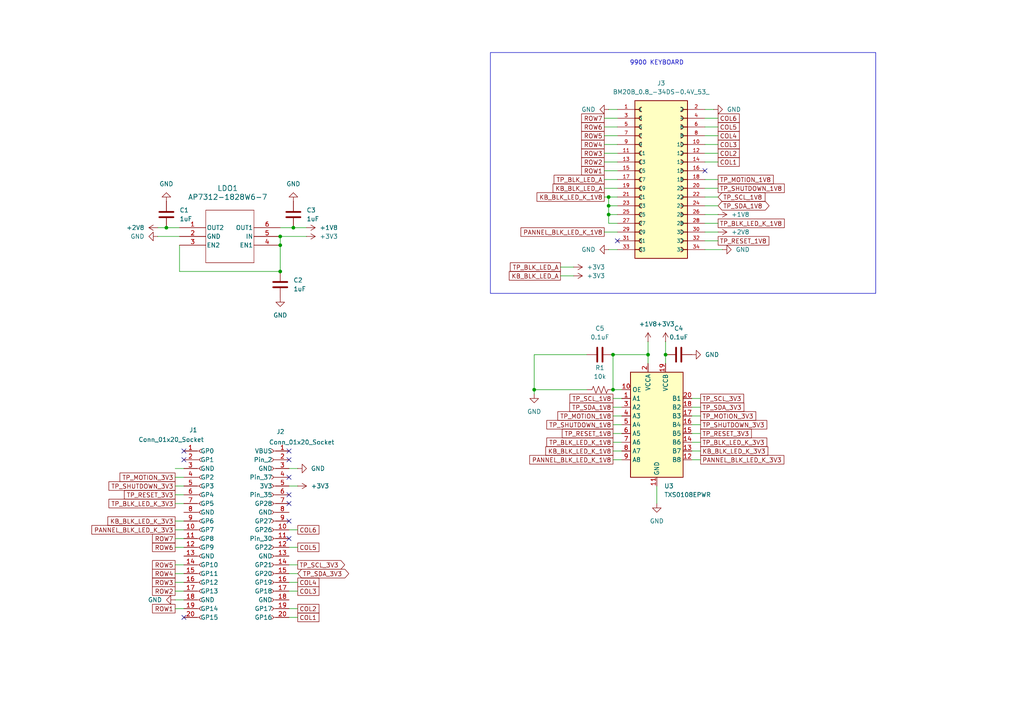
<source format=kicad_sch>
(kicad_sch (version 20250114) (generator "eeschema") (generator_version "9.0")
  (paper "A4")
  (lib_symbols
    (symbol "AP7312-1828W6-7:AP7312-1828W6-7" (pin_names (offset 0.254))
      (property "Reference" "LDO1" (at 30.48 10.16 0))
      (property "Value" "AP7312-1828W6-7" (at 30.48 7.62 0))
      (symbol "AP7312-1828W6-7_0_1"
        (polyline (pts (xy 24.13 3.81) (xy 24.13 -11.43)) (stroke (width 0.127)))
        (polyline (pts (xy 38.1 -11.43) (xy 38.1 3.81)) (stroke (width 0.127)))
        (pin output line (at 16.51 -1.27 0) (length 7.62) (name "OUT2") (number "1"))
        (pin power_in line (at 16.51 -3.81 0) (length 7.62) (name "GND") (number "2"))
        (pin input line (at 16.51 -6.35 0) (length 7.62) (name "EN2") (number "3"))
        (pin output line (at 45.72 -1.27 180) (length 7.62) (name "OUT1") (number "6"))
        (pin input line (at 45.72 -3.81 180) (length 7.62) (name "IN") (number "5"))
        (pin input line (at 45.72 -6.35 180) (length 7.62) (name "EN1") (number "4"))
      )
      (symbol "AP7312-1828W6-7_1_1"
        (polyline (pts (xy 24.13 3.81) (xy 38.1 3.81)))
        (polyline (pts (xy 38.1 -11.43) (xy 24.13 -11.43)))
      )
    )
    (symbol "BM20B_0.8_-34DS-0.4V_53_:BM20B_0.8_-34DS-0.4V_53_" (pin_names (offset 1.016))
      (property "Reference" "J" (at -7.62 23.622 0))
      (property "Value" "BM20B_0.8_-34DS-0.4V_53_" (at -7.62 -25.4 0))
      (symbol "BM20B_0.8_-34DS-0.4V_53__0_0"
        (polyline (pts (xy -7.62 20.32) (xy -6.35 20.32)) (stroke (width 0.254)))
        (polyline (pts (xy -7.62 17.78) (xy -6.35 17.78)) (stroke (width 0.254)))
        (polyline (pts (xy -7.62 15.24) (xy -6.35 15.24)) (stroke (width 0.254)))
        (polyline (pts (xy -7.62 12.7) (xy -6.35 12.7)) (stroke (width 0.254)))
        (polyline (pts (xy -7.62 10.16) (xy -6.35 10.16)) (stroke (width 0.254)))
        (polyline (pts (xy -7.62 7.62) (xy -6.35 7.62)) (stroke (width 0.254)))
        (polyline (pts (xy -7.62 5.08) (xy -6.35 5.08)) (stroke (width 0.254)))
        (polyline (pts (xy -7.62 2.54) (xy -6.35 2.54)) (stroke (width 0.254)))
        (polyline (pts (xy -7.62 0) (xy -6.35 0)) (stroke (width 0.254)))
        (polyline (pts (xy -7.62 -2.54) (xy -6.35 -2.54)) (stroke (width 0.254)))
        (polyline (pts (xy -7.62 -5.08) (xy -6.35 -5.08)) (stroke (width 0.254)))
        (polyline (pts (xy -7.62 -7.62) (xy -6.35 -7.62)) (stroke (width 0.254)))
        (polyline (pts (xy -7.62 -10.16) (xy -6.35 -10.16)) (stroke (width 0.254)))
        (polyline (pts (xy -7.62 -12.7) (xy -6.35 -12.7)) (stroke (width 0.254)))
        (polyline (pts (xy -7.62 -15.24) (xy -6.35 -15.24)) (stroke (width 0.254)))
        (polyline (pts (xy -7.62 -17.78) (xy -6.35 -17.78)) (stroke (width 0.254)))
        (polyline (pts (xy -7.62 -20.32) (xy -6.35 -20.32)) (stroke (width 0.254)))
        (rectangle (start -7.62 -22.86) (end 7.62 22.86) (stroke (width 0.254)) (fill (type background)))
        (arc (start -5.715 19.685) (mid -6.3472 20.32) (end -5.715 20.955) (stroke (width 0.254)))
        (arc (start -5.715 17.145) (mid -6.3472 17.78) (end -5.715 18.415) (stroke (width 0.254)))
        (arc (start -5.715 14.605) (mid -6.3472 15.24) (end -5.715 15.875) (stroke (width 0.254)))
        (arc (start -5.715 12.065) (mid -6.3472 12.7) (end -5.715 13.335) (stroke (width 0.254)))
        (arc (start -5.715 9.525) (mid -6.3472 10.16) (end -5.715 10.795) (stroke (width 0.254)))
        (arc (start -5.715 6.985) (mid -6.3472 7.62) (end -5.715 8.255) (stroke (width 0.254)))
        (arc (start -5.715 4.445) (mid -6.3472 5.08) (end -5.715 5.715) (stroke (width 0.254)))
        (arc (start -5.715 1.905) (mid -6.3472 2.54) (end -5.715 3.175) (stroke (width 0.254)))
        (arc (start -5.715 -0.635) (mid -6.3472 0) (end -5.715 0.635) (stroke (width 0.254)))
        (arc (start -5.715 -3.175) (mid -6.3472 -2.54) (end -5.715 -1.905) (stroke (width 0.254)))
        (arc (start -5.715 -5.715) (mid -6.3472 -5.08) (end -5.715 -4.445) (stroke (width 0.254)))
        (arc (start -5.715 -8.255) (mid -6.3472 -7.62) (end -5.715 -6.985) (stroke (width 0.254)))
        (arc (start -5.715 -10.795) (mid -6.3472 -10.16) (end -5.715 -9.525) (stroke (width 0.254)))
        (arc (start -5.715 -13.335) (mid -6.3472 -12.7) (end -5.715 -12.065) (stroke (width 0.254)))
        (arc (start -5.715 -15.875) (mid -6.3472 -15.24) (end -5.715 -14.605) (stroke (width 0.254)))
        (arc (start -5.715 -18.415) (mid -6.3472 -17.78) (end -5.715 -17.145) (stroke (width 0.254)))
        (arc (start -5.715 -20.955) (mid -6.3472 -20.32) (end -5.715 -19.685) (stroke (width 0.254)))
        (arc (start 5.715 20.955) (mid 6.3472 20.32) (end 5.715 19.685) (stroke (width 0.254)))
        (arc (start 5.715 18.415) (mid 6.3472 17.78) (end 5.715 17.145) (stroke (width 0.254)))
        (arc (start 5.715 15.875) (mid 6.3472 15.24) (end 5.715 14.605) (stroke (width 0.254)))
        (arc (start 5.715 13.335) (mid 6.3472 12.7) (end 5.715 12.065) (stroke (width 0.254)))
        (arc (start 5.715 10.795) (mid 6.3472 10.16) (end 5.715 9.525) (stroke (width 0.254)))
        (arc (start 5.715 8.255) (mid 6.3472 7.62) (end 5.715 6.985) (stroke (width 0.254)))
        (arc (start 5.715 5.715) (mid 6.3472 5.08) (end 5.715 4.445) (stroke (width 0.254)))
        (arc (start 5.715 3.175) (mid 6.3472 2.54) (end 5.715 1.905) (stroke (width 0.254)))
        (arc (start 5.715 0.635) (mid 6.3472 0) (end 5.715 -0.635) (stroke (width 0.254)))
        (arc (start 5.715 -1.905) (mid 6.3472 -2.54) (end 5.715 -3.175) (stroke (width 0.254)))
        (arc (start 5.715 -4.445) (mid 6.3472 -5.08) (end 5.715 -5.715) (stroke (width 0.254)))
        (arc (start 5.715 -6.985) (mid 6.3472 -7.62) (end 5.715 -8.255) (stroke (width 0.254)))
        (arc (start 5.715 -9.525) (mid 6.3472 -10.16) (end 5.715 -10.795) (stroke (width 0.254)))
        (arc (start 5.715 -12.065) (mid 6.3472 -12.7) (end 5.715 -13.335) (stroke (width 0.254)))
        (arc (start 5.715 -14.605) (mid 6.3472 -15.24) (end 5.715 -15.875) (stroke (width 0.254)))
        (arc (start 5.715 -17.145) (mid 6.3472 -17.78) (end 5.715 -18.415) (stroke (width 0.254)))
        (arc (start 5.715 -19.685) (mid 6.3472 -20.32) (end 5.715 -20.955) (stroke (width 0.254)))
        (polyline (pts (xy 7.62 20.32) (xy 6.35 20.32)) (stroke (width 0.254)))
        (polyline (pts (xy 7.62 17.78) (xy 6.35 17.78)) (stroke (width 0.254)))
        (polyline (pts (xy 7.62 15.24) (xy 6.35 15.24)) (stroke (width 0.254)))
        (polyline (pts (xy 7.62 12.7) (xy 6.35 12.7)) (stroke (width 0.254)))
        (polyline (pts (xy 7.62 10.16) (xy 6.35 10.16)) (stroke (width 0.254)))
        (polyline (pts (xy 7.62 7.62) (xy 6.35 7.62)) (stroke (width 0.254)))
        (polyline (pts (xy 7.62 5.08) (xy 6.35 5.08)) (stroke (width 0.254)))
        (polyline (pts (xy 7.62 2.54) (xy 6.35 2.54)) (stroke (width 0.254)))
        (polyline (pts (xy 7.62 0) (xy 6.35 0)) (stroke (width 0.254)))
        (polyline (pts (xy 7.62 -2.54) (xy 6.35 -2.54)) (stroke (width 0.254)))
        (polyline (pts (xy 7.62 -5.08) (xy 6.35 -5.08)) (stroke (width 0.254)))
        (polyline (pts (xy 7.62 -7.62) (xy 6.35 -7.62)) (stroke (width 0.254)))
        (polyline (pts (xy 7.62 -10.16) (xy 6.35 -10.16)) (stroke (width 0.254)))
        (polyline (pts (xy 7.62 -12.7) (xy 6.35 -12.7)) (stroke (width 0.254)))
        (polyline (pts (xy 7.62 -15.24) (xy 6.35 -15.24)) (stroke (width 0.254)))
        (polyline (pts (xy 7.62 -17.78) (xy 6.35 -17.78)) (stroke (width 0.254)))
        (polyline (pts (xy 7.62 -20.32) (xy 6.35 -20.32)) (stroke (width 0.254)))
        (pin passive line (at -12.7 20.32 0) (length 5.08) (name "1") (number "1"))
        (pin passive line (at -12.7 17.78 0) (length 5.08) (name "3") (number "3"))
        (pin passive line (at -12.7 15.24 0) (length 5.08) (name "5") (number "5"))
        (pin passive line (at -12.7 12.7 0) (length 5.08) (name "7") (number "7"))
        (pin passive line (at -12.7 10.16 0) (length 5.08) (name "9") (number "9"))
        (pin passive line (at -12.7 7.62 0) (length 5.08) (name "11") (number "11"))
        (pin passive line (at -12.7 5.08 0) (length 5.08) (name "13") (number "13"))
        (pin passive line (at -12.7 2.54 0) (length 5.08) (name "15") (number "15"))
        (pin passive line (at -12.7 0 0) (length 5.08) (name "17") (number "17"))
        (pin passive line (at -12.7 -2.54 0) (length 5.08) (name "19") (number "19"))
        (pin passive line (at -12.7 -5.08 0) (length 5.08) (name "21") (number "21"))
        (pin passive line (at -12.7 -7.62 0) (length 5.08) (name "23") (number "23"))
        (pin passive line (at -12.7 -10.16 0) (length 5.08) (name "25") (number "25"))
        (pin passive line (at -12.7 -12.7 0) (length 5.08) (name "27") (number "27"))
        (pin passive line (at -12.7 -15.24 0) (length 5.08) (name "29") (number "29"))
        (pin passive line (at -12.7 -17.78 0) (length 5.08) (name "31") (number "31"))
        (pin passive line (at -12.7 -20.32 0) (length 5.08) (name "33") (number "33"))
        (pin passive line (at 12.7 20.32 180) (length 5.08) (name "2") (number "2"))
        (pin passive line (at 12.7 17.78 180) (length 5.08) (name "4") (number "4"))
        (pin passive line (at 12.7 15.24 180) (length 5.08) (name "6") (number "6"))
        (pin passive line (at 12.7 12.7 180) (length 5.08) (name "8") (number "8"))
        (pin passive line (at 12.7 10.16 180) (length 5.08) (name "10") (number "10"))
        (pin passive line (at 12.7 7.62 180) (length 5.08) (name "12") (number "12"))
        (pin passive line (at 12.7 5.08 180) (length 5.08) (name "14") (number "14"))
        (pin passive line (at 12.7 2.54 180) (length 5.08) (name "16") (number "16"))
        (pin passive line (at 12.7 0 180) (length 5.08) (name "18") (number "18"))
        (pin passive line (at 12.7 -2.54 180) (length 5.08) (name "20") (number "20"))
        (pin passive line (at 12.7 -5.08 180) (length 5.08) (name "22") (number "22"))
        (pin passive line (at 12.7 -7.62 180) (length 5.08) (name "24") (number "24"))
        (pin passive line (at 12.7 -10.16 180) (length 5.08) (name "26") (number "26"))
        (pin passive line (at 12.7 -12.7 180) (length 5.08) (name "28") (number "28"))
        (pin passive line (at 12.7 -15.24 180) (length 5.08) (name "30") (number "30"))
        (pin passive line (at 12.7 -17.78 180) (length 5.08) (name "32") (number "32"))
        (pin passive line (at 12.7 -20.32 180) (length 5.08) (name "34") (number "34"))
      )
    )
    (symbol "Conn_01x20_Socket_1" (pin_names (offset 1.016))
      (property "Reference" "J2" (at -3.81 28.448 0))
      (property "Value" "Conn_01x20_Socket" (at -18.288 25.4 0))
      (symbol "Conn_01x20_Socket_1_1_1"
        (polyline (pts (xy -1.27 22.86) (xy -0.508 22.86)) (stroke (width 0.1524)))
        (polyline (pts (xy -1.27 20.32) (xy -0.508 20.32)) (stroke (width 0.1524)))
        (polyline (pts (xy -1.27 17.78) (xy -0.508 17.78)) (stroke (width 0.1524)))
        (polyline (pts (xy -1.27 15.24) (xy -0.508 15.24)) (stroke (width 0.1524)))
        (polyline (pts (xy -1.27 12.7) (xy -0.508 12.7)) (stroke (width 0.1524)))
        (polyline (pts (xy -1.27 10.16) (xy -0.508 10.16)) (stroke (width 0.1524)))
        (polyline (pts (xy -1.27 7.62) (xy -0.508 7.62)) (stroke (width 0.1524)))
        (polyline (pts (xy -1.27 5.08) (xy -0.508 5.08)) (stroke (width 0.1524)))
        (polyline (pts (xy -1.27 2.54) (xy -0.508 2.54)) (stroke (width 0.1524)))
        (polyline (pts (xy -1.27 0) (xy -0.508 0)) (stroke (width 0.1524)))
        (polyline (pts (xy -1.27 -2.54) (xy -0.508 -2.54)) (stroke (width 0.1524)))
        (polyline (pts (xy -1.27 -5.08) (xy -0.508 -5.08)) (stroke (width 0.1524)))
        (polyline (pts (xy -1.27 -7.62) (xy -0.508 -7.62)) (stroke (width 0.1524)))
        (polyline (pts (xy -1.27 -10.16) (xy -0.508 -10.16)) (stroke (width 0.1524)))
        (polyline (pts (xy -1.27 -12.7) (xy -0.508 -12.7)) (stroke (width 0.1524)))
        (polyline (pts (xy -1.27 -15.24) (xy -0.508 -15.24)) (stroke (width 0.1524)))
        (polyline (pts (xy -1.27 -17.78) (xy -0.508 -17.78)) (stroke (width 0.1524)))
        (polyline (pts (xy -1.27 -20.32) (xy -0.508 -20.32)) (stroke (width 0.1524)))
        (polyline (pts (xy -1.27 -22.86) (xy -0.508 -22.86)) (stroke (width 0.1524)))
        (polyline (pts (xy -1.27 -25.4) (xy -0.508 -25.4)) (stroke (width 0.1524)))
        (arc (start 0 22.352) (mid -0.5058 22.86) (end 0 23.368) (stroke (width 0.1524)))
        (arc (start 0 19.812) (mid -0.5058 20.32) (end 0 20.828) (stroke (width 0.1524)))
        (arc (start 0 17.272) (mid -0.5058 17.78) (end 0 18.288) (stroke (width 0.1524)))
        (arc (start 0 14.732) (mid -0.5058 15.24) (end 0 15.748) (stroke (width 0.1524)))
        (arc (start 0 12.192) (mid -0.5058 12.7) (end 0 13.208) (stroke (width 0.1524)))
        (arc (start 0 9.652) (mid -0.5058 10.16) (end 0 10.668) (stroke (width 0.1524)))
        (arc (start 0 7.112) (mid -0.5058 7.62) (end 0 8.128) (stroke (width 0.1524)))
        (arc (start 0 4.572) (mid -0.5058 5.08) (end 0 5.588) (stroke (width 0.1524)))
        (arc (start 0 2.032) (mid -0.5058 2.54) (end 0 3.048) (stroke (width 0.1524)))
        (arc (start 0 -0.508) (mid -0.5058 0) (end 0 0.508) (stroke (width 0.1524)))
        (arc (start 0 -3.048) (mid -0.5058 -2.54) (end 0 -2.032) (stroke (width 0.1524)))
        (arc (start 0 -5.588) (mid -0.5058 -5.08) (end 0 -4.572) (stroke (width 0.1524)))
        (arc (start 0 -8.128) (mid -0.5058 -7.62) (end 0 -7.112) (stroke (width 0.1524)))
        (arc (start 0 -10.668) (mid -0.5058 -10.16) (end 0 -9.652) (stroke (width 0.1524)))
        (arc (start 0 -13.208) (mid -0.5058 -12.7) (end 0 -12.192) (stroke (width 0.1524)))
        (arc (start 0 -15.748) (mid -0.5058 -15.24) (end 0 -14.732) (stroke (width 0.1524)))
        (arc (start 0 -18.288) (mid -0.5058 -17.78) (end 0 -17.272) (stroke (width 0.1524)))
        (arc (start 0 -20.828) (mid -0.5058 -20.32) (end 0 -19.812) (stroke (width 0.1524)))
        (arc (start 0 -23.368) (mid -0.5058 -22.86) (end 0 -22.352) (stroke (width 0.1524)))
        (arc (start 0 -25.908) (mid -0.5058 -25.4) (end 0 -24.892) (stroke (width 0.1524)))
        (pin passive line (at -5.08 22.86 0) (length 3.81) (name "VBUS") (number "1"))
        (pin passive line (at -5.08 20.32 0) (length 3.81) (name "Pin_2") (number "2"))
        (pin passive line (at -5.08 17.78 0) (length 3.81) (name "GND") (number "3"))
        (pin passive line (at -5.08 15.24 0) (length 3.81) (name "Pin_37") (number "4"))
        (pin passive line (at -5.08 12.7 0) (length 3.81) (name "3V3") (number "5"))
        (pin passive line (at -5.08 10.16 0) (length 3.81) (name "Pin_35") (number "6"))
        (pin passive line (at -5.08 7.62 0) (length 3.81) (name "GP28") (number "7"))
        (pin passive line (at -5.08 5.08 0) (length 3.81) (name "GND") (number "8"))
        (pin passive line (at -5.08 2.54 0) (length 3.81) (name "GP27") (number "9"))
        (pin passive line (at -5.08 0 0) (length 3.81) (name "GP26") (number "10"))
        (pin passive line (at -5.08 -2.54 0) (length 3.81) (name "Pin_30") (number "11"))
        (pin passive line (at -5.08 -5.08 0) (length 3.81) (name "GP22") (number "12"))
        (pin passive line (at -5.08 -7.62 0) (length 3.81) (name "GND") (number "13"))
        (pin passive line (at -5.08 -10.16 0) (length 3.81) (name "GP21") (number "14"))
        (pin passive line (at -5.08 -12.7 0) (length 3.81) (name "GP20") (number "15"))
        (pin passive line (at -5.08 -15.24 0) (length 3.81) (name "GP19") (number "16"))
        (pin passive line (at -5.08 -17.78 0) (length 3.81) (name "GP18") (number "17"))
        (pin passive line (at -5.08 -20.32 0) (length 3.81) (name "GND") (number "18"))
        (pin passive line (at -5.08 -22.86 0) (length 3.81) (name "GP17") (number "19"))
        (pin passive line (at -5.08 -25.4 0) (length 3.81) (name "GP16") (number "20"))
      )
    )
    (symbol "Connector:Conn_01x20_Socket" (pin_names (offset 1.016))
      (property "Reference" "J1" (at -3.556 28.956 0))
      (property "Value" "Conn_01x20_Socket" (at -18.288 26.162 0))
      (symbol "Conn_01x20_Socket_1_1"
        (polyline (pts (xy -1.27 22.86) (xy -0.508 22.86)) (stroke (width 0.1524)))
        (polyline (pts (xy -1.27 20.32) (xy -0.508 20.32)) (stroke (width 0.1524)))
        (polyline (pts (xy -1.27 17.78) (xy -0.508 17.78)) (stroke (width 0.1524)))
        (polyline (pts (xy -1.27 15.24) (xy -0.508 15.24)) (stroke (width 0.1524)))
        (polyline (pts (xy -1.27 12.7) (xy -0.508 12.7)) (stroke (width 0.1524)))
        (polyline (pts (xy -1.27 10.16) (xy -0.508 10.16)) (stroke (width 0.1524)))
        (polyline (pts (xy -1.27 7.62) (xy -0.508 7.62)) (stroke (width 0.1524)))
        (polyline (pts (xy -1.27 5.08) (xy -0.508 5.08)) (stroke (width 0.1524)))
        (polyline (pts (xy -1.27 2.54) (xy -0.508 2.54)) (stroke (width 0.1524)))
        (polyline (pts (xy -1.27 0) (xy -0.508 0)) (stroke (width 0.1524)))
        (polyline (pts (xy -1.27 -2.54) (xy -0.508 -2.54)) (stroke (width 0.1524)))
        (polyline (pts (xy -1.27 -5.08) (xy -0.508 -5.08)) (stroke (width 0.1524)))
        (polyline (pts (xy -1.27 -7.62) (xy -0.508 -7.62)) (stroke (width 0.1524)))
        (polyline (pts (xy -1.27 -10.16) (xy -0.508 -10.16)) (stroke (width 0.1524)))
        (polyline (pts (xy -1.27 -12.7) (xy -0.508 -12.7)) (stroke (width 0.1524)))
        (polyline (pts (xy -1.27 -15.24) (xy -0.508 -15.24)) (stroke (width 0.1524)))
        (polyline (pts (xy -1.27 -17.78) (xy -0.508 -17.78)) (stroke (width 0.1524)))
        (polyline (pts (xy -1.27 -20.32) (xy -0.508 -20.32)) (stroke (width 0.1524)))
        (polyline (pts (xy -1.27 -22.86) (xy -0.508 -22.86)) (stroke (width 0.1524)))
        (polyline (pts (xy -1.27 -25.4) (xy -0.508 -25.4)) (stroke (width 0.1524)))
        (arc (start 0 22.352) (mid -0.5058 22.86) (end 0 23.368) (stroke (width 0.1524)))
        (arc (start 0 19.812) (mid -0.5058 20.32) (end 0 20.828) (stroke (width 0.1524)))
        (arc (start 0 17.272) (mid -0.5058 17.78) (end 0 18.288) (stroke (width 0.1524)))
        (arc (start 0 14.732) (mid -0.5058 15.24) (end 0 15.748) (stroke (width 0.1524)))
        (arc (start 0 12.192) (mid -0.5058 12.7) (end 0 13.208) (stroke (width 0.1524)))
        (arc (start 0 9.652) (mid -0.5058 10.16) (end 0 10.668) (stroke (width 0.1524)))
        (arc (start 0 7.112) (mid -0.5058 7.62) (end 0 8.128) (stroke (width 0.1524)))
        (arc (start 0 4.572) (mid -0.5058 5.08) (end 0 5.588) (stroke (width 0.1524)))
        (arc (start 0 2.032) (mid -0.5058 2.54) (end 0 3.048) (stroke (width 0.1524)))
        (arc (start 0 -0.508) (mid -0.5058 0) (end 0 0.508) (stroke (width 0.1524)))
        (arc (start 0 -3.048) (mid -0.5058 -2.54) (end 0 -2.032) (stroke (width 0.1524)))
        (arc (start 0 -5.588) (mid -0.5058 -5.08) (end 0 -4.572) (stroke (width 0.1524)))
        (arc (start 0 -8.128) (mid -0.5058 -7.62) (end 0 -7.112) (stroke (width 0.1524)))
        (arc (start 0 -10.668) (mid -0.5058 -10.16) (end 0 -9.652) (stroke (width 0.1524)))
        (arc (start 0 -13.208) (mid -0.5058 -12.7) (end 0 -12.192) (stroke (width 0.1524)))
        (arc (start 0 -15.748) (mid -0.5058 -15.24) (end 0 -14.732) (stroke (width 0.1524)))
        (arc (start 0 -18.288) (mid -0.5058 -17.78) (end 0 -17.272) (stroke (width 0.1524)))
        (arc (start 0 -20.828) (mid -0.5058 -20.32) (end 0 -19.812) (stroke (width 0.1524)))
        (arc (start 0 -23.368) (mid -0.5058 -22.86) (end 0 -22.352) (stroke (width 0.1524)))
        (arc (start 0 -25.908) (mid -0.5058 -25.4) (end 0 -24.892) (stroke (width 0.1524)))
        (pin passive line (at -5.08 22.86 0) (length 3.81) (name "GP0") (number "1"))
        (pin passive line (at -5.08 20.32 0) (length 3.81) (name "GP1") (number "2"))
        (pin passive line (at -5.08 17.78 0) (length 3.81) (name "GND") (number "3"))
        (pin passive line (at -5.08 15.24 0) (length 3.81) (name "GP2") (number "4"))
        (pin passive line (at -5.08 12.7 0) (length 3.81) (name "GP3") (number "5"))
        (pin passive line (at -5.08 10.16 0) (length 3.81) (name "GP4") (number "6"))
        (pin passive line (at -5.08 7.62 0) (length 3.81) (name "GP5") (number "7"))
        (pin passive line (at -5.08 5.08 0) (length 3.81) (name "GND") (number "8"))
        (pin passive line (at -5.08 2.54 0) (length 3.81) (name "GP6") (number "9"))
        (pin passive line (at -5.08 0 0) (length 3.81) (name "GP7") (number "10"))
        (pin passive line (at -5.08 -2.54 0) (length 3.81) (name "GP8") (number "11"))
        (pin passive line (at -5.08 -5.08 0) (length 3.81) (name "GP9") (number "12"))
        (pin passive line (at -5.08 -7.62 0) (length 3.81) (name "GND") (number "13"))
        (pin passive line (at -5.08 -10.16 0) (length 3.81) (name "GP10") (number "14"))
        (pin passive line (at -5.08 -12.7 0) (length 3.81) (name "GP11") (number "15"))
        (pin passive line (at -5.08 -15.24 0) (length 3.81) (name "GP12") (number "16"))
        (pin passive line (at -5.08 -17.78 0) (length 3.81) (name "GP13") (number "17"))
        (pin passive line (at -5.08 -20.32 0) (length 3.81) (name "GND") (number "18"))
        (pin passive line (at -5.08 -22.86 0) (length 3.81) (name "GP14") (number "19"))
        (pin passive line (at -5.08 -25.4 0) (length 3.81) (name "GP15") (number "20"))
      )
    )
    (symbol "Device:C" (pin_numbers (hide yes)) (pin_names (offset 0.254))
      (property "Reference" "C" (at 0.635 2.54 0))
      (property "Value" "C" (at 0.635 -2.54 0))
      (symbol "C_0_1"
        (polyline (pts (xy -2.032 0.762) (xy 2.032 0.762)) (stroke (width 0.508)))
        (polyline (pts (xy -2.032 -0.762) (xy 2.032 -0.762)) (stroke (width 0.508)))
      )
      (symbol "C_1_1"
        (pin passive line (at 0 3.81 270) (length 2.794) (name "~") (number "1"))
        (pin passive line (at 0 -3.81 90) (length 2.794) (name "~") (number "2"))
      )
    )
    (symbol "Device:R_US" (pin_numbers (hide yes)) (pin_names (offset 0))
      (property "Reference" "R" (at 2.54 0 90))
      (property "Value" "R_US" (at -2.54 0 90))
      (symbol "R_US_0_1"
        (polyline (pts (xy 0 2.286) (xy 0 2.54)))
        (polyline (pts (xy 0 2.286) (xy 1.016 1.905) (xy 0 1.524) (xy -1.016 1.143) (xy 0 0.762)))
        (polyline (pts (xy 0 0.762) (xy 1.016 0.381) (xy 0 0) (xy -1.016 -0.381) (xy 0 -0.762)))
        (polyline (pts (xy 0 -0.762) (xy 1.016 -1.143) (xy 0 -1.524) (xy -1.016 -1.905) (xy 0 -2.286)))
        (polyline (pts (xy 0 -2.286) (xy 0 -2.54)))
      )
      (symbol "R_US_1_1"
        (pin passive line (at 0 3.81 270) (length 1.27) (name "~") (number "1"))
        (pin passive line (at 0 -3.81 90) (length 1.27) (name "~") (number "2"))
      )
    )
    (symbol "Logic_LevelTranslator:TXS0108EPW"
      (property "Reference" "U" (at -6.35 16.51 0))
      (property "Value" "TXS0108EPW" (at 3.81 16.51 0))
      (symbol "TXS0108EPW_0_1"
        (rectangle (start -7.62 15.24) (end 7.62 -15.24) (stroke (width 0.254)) (fill (type background)))
      )
      (symbol "TXS0108EPW_1_1"
        (pin input line (at -10.16 10.16 0) (length 2.54) (name "OE") (number "10"))
        (pin bidirectional line (at -10.16 7.62 0) (length 2.54) (name "A1") (number "1"))
        (pin bidirectional line (at -10.16 5.08 0) (length 2.54) (name "A2") (number "3"))
        (pin bidirectional line (at -10.16 2.54 0) (length 2.54) (name "A3") (number "4"))
        (pin bidirectional line (at -10.16 0 0) (length 2.54) (name "A4") (number "5"))
        (pin bidirectional line (at -10.16 -2.54 0) (length 2.54) (name "A5") (number "6"))
        (pin bidirectional line (at -10.16 -5.08 0) (length 2.54) (name "A6") (number "7"))
        (pin bidirectional line (at -10.16 -7.62 0) (length 2.54) (name "A7") (number "8"))
        (pin bidirectional line (at -10.16 -10.16 0) (length 2.54) (name "A8") (number "9"))
        (pin power_in line (at -2.54 17.78 270) (length 2.54) (name "VCCA") (number "2"))
        (pin power_in line (at 0 -17.78 90) (length 2.54) (name "GND") (number "11"))
        (pin power_in line (at 2.54 17.78 270) (length 2.54) (name "VCCB") (number "19"))
        (pin bidirectional line (at 10.16 7.62 180) (length 2.54) (name "B1") (number "20"))
        (pin bidirectional line (at 10.16 5.08 180) (length 2.54) (name "B2") (number "18"))
        (pin bidirectional line (at 10.16 2.54 180) (length 2.54) (name "B3") (number "17"))
        (pin bidirectional line (at 10.16 0 180) (length 2.54) (name "B4") (number "16"))
        (pin bidirectional line (at 10.16 -2.54 180) (length 2.54) (name "B5") (number "15"))
        (pin bidirectional line (at 10.16 -5.08 180) (length 2.54) (name "B6") (number "14"))
        (pin bidirectional line (at 10.16 -7.62 180) (length 2.54) (name "B7") (number "13"))
        (pin bidirectional line (at 10.16 -10.16 180) (length 2.54) (name "B8") (number "12"))
      )
    )
    (symbol "power:+1V8" (power) (pin_numbers (hide yes)) (pin_names (offset 0) (hide yes))
      (property "Value" "+1V8" (at 0 3.556 0))
      (symbol "+1V8_0_1"
        (polyline (pts (xy -0.762 1.27) (xy 0 2.54)))
        (polyline (pts (xy 0 2.54) (xy 0.762 1.27)))
        (polyline (pts (xy 0 0) (xy 0 2.54)))
      )
      (symbol "+1V8_1_1"
        (pin power_in line (at 0 0 90) (length 0) (name "~") (number "1"))
      )
    )
    (symbol "power:+2V8" (power) (pin_numbers (hide yes)) (pin_names (offset 0) (hide yes))
      (property "Value" "+2V8" (at 0 3.556 0))
      (symbol "+2V8_0_1"
        (polyline (pts (xy -0.762 1.27) (xy 0 2.54)))
        (polyline (pts (xy 0 2.54) (xy 0.762 1.27)))
        (polyline (pts (xy 0 0) (xy 0 2.54)))
      )
      (symbol "+2V8_1_1"
        (pin power_in line (at 0 0 90) (length 0) (name "~") (number "1"))
      )
    )
    (symbol "power:+3V3" (power) (pin_numbers (hide yes)) (pin_names (offset 0) (hide yes))
      (property "Value" "+3V3" (at 0 3.556 0))
      (symbol "+3V3_0_1"
        (polyline (pts (xy -0.762 1.27) (xy 0 2.54)))
        (polyline (pts (xy 0 2.54) (xy 0.762 1.27)))
        (polyline (pts (xy 0 0) (xy 0 2.54)))
      )
      (symbol "+3V3_1_1"
        (pin power_in line (at 0 0 90) (length 0) (name "~") (number "1"))
      )
    )
    (symbol "power:GND" (power) (pin_numbers (hide yes)) (pin_names (offset 0) (hide yes))
      (property "Value" "GND" (at 0 -3.81 0))
      (symbol "GND_0_1"
        (polyline (pts (xy 0 0) (xy 0 -1.27) (xy 1.27 -1.27) (xy 0 -2.54) (xy -1.27 -1.27) (xy 0 -1.27)))
      )
      (symbol "GND_1_1"
        (pin power_in line (at 0 0 270) (length 0) (name "~") (number "1"))
      )
    )
  )
  (rectangle (start 142.24 15.24) (end 254 85.09))
  (text "9900 KEYBOARD" (at 190.5 18.288 0) (effects (font (size 1.27 1.27))))
  (junction (at 176.53 57.15))
  (junction (at 81.28 78.74))
  (junction (at 154.94 113.03))
  (junction (at 81.28 68.58))
  (junction (at 177.8 113.03))
  (junction (at 187.96 102.87))
  (junction (at 176.53 59.69))
  (junction (at 48.26 66.04))
  (junction (at 81.28 71.12))
  (junction (at 193.04 102.87))
  (junction (at 177.8 102.87))
  (junction (at 176.53 62.23))
  (junction (at 85.09 66.04))
  (no_connect (at 83.82 138.43))
  (no_connect (at 53.34 133.35))
  (no_connect (at 53.34 179.07))
  (no_connect (at 204.47 49.53))
  (no_connect (at 83.82 156.21))
  (no_connect (at 83.82 133.35))
  (no_connect (at 83.82 143.51))
  (no_connect (at 179.07 69.85))
  (no_connect (at 83.82 130.81))
  (no_connect (at 53.34 130.81))
  (no_connect (at 83.82 146.05))
  (no_connect (at 83.82 151.13))
  (wire (pts (xy 50.8 151.13) (xy 53.34 151.13)))
  (wire (pts (xy 193.04 102.87) (xy 193.04 105.41)))
  (wire (pts (xy 81.28 71.12) (xy 81.28 78.74)))
  (wire (pts (xy 204.47 64.77) (xy 208.28 64.77)))
  (wire (pts (xy 83.82 168.91) (xy 86.36 168.91)))
  (wire (pts (xy 154.94 113.03) (xy 170.18 113.03)))
  (wire (pts (xy 177.8 130.81) (xy 180.34 130.81)))
  (wire (pts (xy 52.07 71.12) (xy 52.07 78.74)))
  (wire (pts (xy 203.2 123.19) (xy 200.66 123.19)))
  (wire (pts (xy 204.47 54.61) (xy 208.28 54.61)))
  (wire (pts (xy 176.53 62.23) (xy 176.53 59.69)))
  (wire (pts (xy 175.26 39.37) (xy 179.07 39.37)))
  (wire (pts (xy 177.8 115.57) (xy 180.34 115.57)))
  (wire (pts (xy 50.8 163.83) (xy 53.34 163.83)))
  (wire (pts (xy 50.8 158.75) (xy 53.34 158.75)))
  (wire (pts (xy 176.53 64.77) (xy 176.53 62.23)))
  (wire (pts (xy 83.82 171.45) (xy 86.36 171.45)))
  (wire (pts (xy 204.47 31.75) (xy 207.01 31.75)))
  (wire (pts (xy 204.47 46.99) (xy 208.28 46.99)))
  (wire (pts (xy 50.8 146.05) (xy 53.34 146.05)))
  (wire (pts (xy 179.07 64.77) (xy 176.53 64.77)))
  (wire (pts (xy 83.82 135.89) (xy 86.36 135.89)))
  (wire (pts (xy 175.26 46.99) (xy 179.07 46.99)))
  (wire (pts (xy 203.2 128.27) (xy 200.66 128.27)))
  (wire (pts (xy 52.07 78.74) (xy 81.28 78.74)))
  (wire (pts (xy 50.8 171.45) (xy 53.34 171.45)))
  (wire (pts (xy 177.8 125.73) (xy 180.34 125.73)))
  (wire (pts (xy 177.8 102.87) (xy 187.96 102.87)))
  (wire (pts (xy 83.82 176.53) (xy 86.36 176.53)))
  (wire (pts (xy 175.26 41.91) (xy 179.07 41.91)))
  (wire (pts (xy 83.82 158.75) (xy 86.36 158.75)))
  (wire (pts (xy 204.47 39.37) (xy 208.28 39.37)))
  (wire (pts (xy 162.56 80.01) (xy 166.37 80.01)))
  (wire (pts (xy 204.47 36.83) (xy 208.28 36.83)))
  (wire (pts (xy 83.82 166.37) (xy 86.36 166.37)))
  (wire (pts (xy 162.56 77.47) (xy 166.37 77.47)))
  (wire (pts (xy 177.8 123.19) (xy 180.34 123.19)))
  (wire (pts (xy 204.47 59.69) (xy 208.28 59.69)))
  (wire (pts (xy 175.26 52.07) (xy 179.07 52.07)))
  (wire (pts (xy 177.8 120.65) (xy 180.34 120.65)))
  (wire (pts (xy 50.8 173.99) (xy 53.34 173.99)))
  (wire (pts (xy 175.26 44.45) (xy 179.07 44.45)))
  (wire (pts (xy 83.82 140.97) (xy 86.36 140.97)))
  (wire (pts (xy 83.82 153.67) (xy 86.36 153.67)))
  (wire (pts (xy 177.8 133.35) (xy 180.34 133.35)))
  (wire (pts (xy 154.94 113.03) (xy 154.94 102.87)))
  (wire (pts (xy 50.8 153.67) (xy 53.34 153.67)))
  (wire (pts (xy 175.26 54.61) (xy 179.07 54.61)))
  (wire (pts (xy 176.53 59.69) (xy 179.07 59.69)))
  (wire (pts (xy 50.8 143.51) (xy 53.34 143.51)))
  (wire (pts (xy 204.47 62.23) (xy 208.28 62.23)))
  (wire (pts (xy 48.26 66.04) (xy 52.07 66.04)))
  (wire (pts (xy 203.2 120.65) (xy 200.66 120.65)))
  (wire (pts (xy 204.47 44.45) (xy 208.28 44.45)))
  (wire (pts (xy 179.07 62.23) (xy 176.53 62.23)))
  (wire (pts (xy 177.8 118.11) (xy 180.34 118.11)))
  (wire (pts (xy 50.8 176.53) (xy 53.34 176.53)))
  (wire (pts (xy 50.8 140.97) (xy 53.34 140.97)))
  (wire (pts (xy 81.28 68.58) (xy 88.9 68.58)))
  (wire (pts (xy 190.5 146.05) (xy 190.5 140.97)))
  (wire (pts (xy 154.94 102.87) (xy 170.18 102.87)))
  (wire (pts (xy 50.8 168.91) (xy 53.34 168.91)))
  (wire (pts (xy 175.26 49.53) (xy 179.07 49.53)))
  (wire (pts (xy 187.96 99.06) (xy 187.96 102.87)))
  (wire (pts (xy 203.2 115.57) (xy 200.66 115.57)))
  (wire (pts (xy 175.26 57.15) (xy 176.53 57.15)))
  (wire (pts (xy 50.8 156.21) (xy 53.34 156.21)))
  (wire (pts (xy 83.82 163.83) (xy 86.36 163.83)))
  (wire (pts (xy 193.04 99.06) (xy 193.04 102.87)))
  (wire (pts (xy 83.82 179.07) (xy 86.36 179.07)))
  (wire (pts (xy 81.28 66.04) (xy 85.09 66.04)))
  (wire (pts (xy 175.26 34.29) (xy 179.07 34.29)))
  (wire (pts (xy 204.47 57.15) (xy 208.28 57.15)))
  (wire (pts (xy 204.47 34.29) (xy 208.28 34.29)))
  (wire (pts (xy 204.47 67.31) (xy 208.28 67.31)))
  (wire (pts (xy 175.26 36.83) (xy 179.07 36.83)))
  (wire (pts (xy 203.2 118.11) (xy 200.66 118.11)))
  (wire (pts (xy 176.53 72.39) (xy 179.07 72.39)))
  (wire (pts (xy 50.8 166.37) (xy 53.34 166.37)))
  (wire (pts (xy 204.47 69.85) (xy 208.28 69.85)))
  (wire (pts (xy 45.72 68.58) (xy 52.07 68.58)))
  (wire (pts (xy 203.2 125.73) (xy 200.66 125.73)))
  (wire (pts (xy 50.8 138.43) (xy 53.34 138.43)))
  (wire (pts (xy 53.34 135.89) (xy 50.8 135.89)))
  (wire (pts (xy 203.2 130.81) (xy 200.66 130.81)))
  (wire (pts (xy 204.47 72.39) (xy 209.55 72.39)))
  (wire (pts (xy 176.53 57.15) (xy 179.07 57.15)))
  (wire (pts (xy 176.53 31.75) (xy 179.07 31.75)))
  (wire (pts (xy 187.96 102.87) (xy 187.96 105.41)))
  (wire (pts (xy 45.72 66.04) (xy 48.26 66.04)))
  (wire (pts (xy 203.2 133.35) (xy 200.66 133.35)))
  (wire (pts (xy 85.09 66.04) (xy 88.9 66.04)))
  (wire (pts (xy 204.47 52.07) (xy 208.28 52.07)))
  (wire (pts (xy 177.8 113.03) (xy 180.34 113.03)))
  (wire (pts (xy 176.53 57.15) (xy 176.53 59.69)))
  (wire (pts (xy 154.94 114.3) (xy 154.94 113.03)))
  (wire (pts (xy 204.47 41.91) (xy 208.28 41.91)))
  (wire (pts (xy 175.26 67.31) (xy 179.07 67.31)))
  (wire (pts (xy 81.28 68.58) (xy 81.28 71.12)))
  (wire (pts (xy 177.8 102.87) (xy 177.8 113.03)))
  (wire (pts (xy 177.8 128.27) (xy 180.34 128.27)))
  (global_label "TP_BLK_LED_A" (shape passive) (at 162.56 77.47 180) (property "Intersheetrefs" "${INTERSHEET_REFS}" (effects (hide yes))))
  (global_label "KB_BLK_LED_K_3V3" (shape passive) (at 50.8 151.13 180) (property "Intersheetrefs" "${INTERSHEET_REFS}" (effects (hide yes))))
  (global_label "KB_BLK_LED_K_3V3" (shape passive) (at 203.2 130.81 0) (property "Intersheetrefs" "${INTERSHEET_REFS}" (effects (hide yes))))
  (global_label "COL6" (shape passive) (at 86.36 153.67 0) (property "Intersheetrefs" "${INTERSHEET_REFS}" (effects (hide yes))))
  (global_label "ROW4" (shape passive) (at 50.8 166.37 180) (property "Intersheetrefs" "${INTERSHEET_REFS}" (effects (hide yes))))
  (global_label "ROW5" (shape passive) (at 175.26 39.37 180) (property "Intersheetrefs" "${INTERSHEET_REFS}" (effects (hide yes))))
  (global_label "COL2" (shape passive) (at 208.28 44.45 0) (property "Intersheetrefs" "${INTERSHEET_REFS}" (effects (hide yes))))
  (global_label "TP_BLK_LED_K_3V3" (shape passive) (at 203.2 128.27 0) (property "Intersheetrefs" "${INTERSHEET_REFS}" (effects (hide yes))))
  (global_label "PANNEL_BLK_LED_K_1V8" (shape passive) (at 175.26 67.31 180) (property "Intersheetrefs" "${INTERSHEET_REFS}" (effects (hide yes))))
  (global_label "TP_MOTION_3V3" (shape passive) (at 203.2 120.65 0) (property "Intersheetrefs" "${INTERSHEET_REFS}" (effects (hide yes))))
  (global_label "COL5" (shape passive) (at 208.28 36.83 0) (property "Intersheetrefs" "${INTERSHEET_REFS}" (effects (hide yes))))
  (global_label "TP_SHUTDOWN_1V8" (shape passive) (at 177.8 123.19 180) (property "Intersheetrefs" "${INTERSHEET_REFS}" (effects (hide yes))))
  (global_label "TP_SDA_1V8" (shape bidirectional) (at 208.28 59.69 0) (property "Intersheetrefs" "${INTERSHEET_REFS}" (effects (hide yes))))
  (global_label "TP_MOTION_3V3" (shape passive) (at 50.8 138.43 180) (property "Intersheetrefs" "${INTERSHEET_REFS}" (effects (hide yes))))
  (global_label "ROW4" (shape passive) (at 175.26 41.91 180) (property "Intersheetrefs" "${INTERSHEET_REFS}" (effects (hide yes))))
  (global_label "TP_SHUTDOWN_3V3" (shape passive) (at 203.2 123.19 0) (property "Intersheetrefs" "${INTERSHEET_REFS}" (effects (hide yes))))
  (global_label "TP_SDA_3V3" (shape passive) (at 203.2 118.11 0) (property "Intersheetrefs" "${INTERSHEET_REFS}" (effects (hide yes))))
  (global_label "TP_SDA_1V8" (shape passive) (at 177.8 118.11 180) (property "Intersheetrefs" "${INTERSHEET_REFS}" (effects (hide yes))))
  (global_label "ROW1" (shape passive) (at 50.8 176.53 180) (property "Intersheetrefs" "${INTERSHEET_REFS}" (effects (hide yes))))
  (global_label "COL2" (shape passive) (at 86.36 176.53 0) (property "Intersheetrefs" "${INTERSHEET_REFS}" (effects (hide yes))))
  (global_label "COL6" (shape passive) (at 208.28 34.29 0) (property "Intersheetrefs" "${INTERSHEET_REFS}" (effects (hide yes))))
  (global_label "TP_BLK_LED_K_1V8" (shape passive) (at 177.8 128.27 180) (property "Intersheetrefs" "${INTERSHEET_REFS}" (effects (hide yes))))
  (global_label "KB_BLK_LED_A" (shape passive) (at 162.56 80.01 180) (property "Intersheetrefs" "${INTERSHEET_REFS}" (effects (hide yes))))
  (global_label "ROW2" (shape passive) (at 50.8 171.45 180) (property "Intersheetrefs" "${INTERSHEET_REFS}" (effects (hide yes))))
  (global_label "TP_SCL_3V3" (shape passive) (at 203.2 115.57 0) (property "Intersheetrefs" "${INTERSHEET_REFS}" (effects (hide yes))))
  (global_label "ROW6" (shape passive) (at 50.8 158.75 180) (property "Intersheetrefs" "${INTERSHEET_REFS}" (effects (hide yes))))
  (global_label "TP_BLK_LED_K_1V8" (shape passive) (at 208.28 64.77 0) (property "Intersheetrefs" "${INTERSHEET_REFS}" (effects (hide yes))))
  (global_label "PANNEL_BLK_LED_K_3V3" (shape passive) (at 203.2 133.35 0) (property "Intersheetrefs" "${INTERSHEET_REFS}" (effects (hide yes))))
  (global_label "KB_BLK_LED_K_1V8" (shape passive) (at 175.26 57.15 180) (property "Intersheetrefs" "${INTERSHEET_REFS}" (effects (hide yes))))
  (global_label "TP_MOTION_1V8" (shape passive) (at 177.8 120.65 180) (property "Intersheetrefs" "${INTERSHEET_REFS}" (effects (hide yes))))
  (global_label "TP_RESET_3V3" (shape passive) (at 203.2 125.73 0) (property "Intersheetrefs" "${INTERSHEET_REFS}" (effects (hide yes))))
  (global_label "ROW5" (shape passive) (at 50.8 163.83 180) (property "Intersheetrefs" "${INTERSHEET_REFS}" (effects (hide yes))))
  (global_label "COL1" (shape passive) (at 86.36 179.07 0) (property "Intersheetrefs" "${INTERSHEET_REFS}" (effects (hide yes))))
  (global_label "PANNEL_BLK_LED_K_1V8" (shape passive) (at 177.8 133.35 180) (property "Intersheetrefs" "${INTERSHEET_REFS}" (effects (hide yes))))
  (global_label "TP_SDA_3V3" (shape bidirectional) (at 86.36 166.37 0) (property "Intersheetrefs" "${INTERSHEET_REFS}" (effects (hide yes))))
  (global_label "TP_RESET_1V8" (shape passive) (at 177.8 125.73 180) (property "Intersheetrefs" "${INTERSHEET_REFS}" (effects (hide yes))))
  (global_label "COL5" (shape passive) (at 86.36 158.75 0) (property "Intersheetrefs" "${INTERSHEET_REFS}" (effects (hide yes))))
  (global_label "PANNEL_BLK_LED_K_3V3" (shape passive) (at 50.8 153.67 180) (property "Intersheetrefs" "${INTERSHEET_REFS}" (effects (hide yes))))
  (global_label "ROW2" (shape passive) (at 175.26 46.99 180) (property "Intersheetrefs" "${INTERSHEET_REFS}" (effects (hide yes))))
  (global_label "TP_SCL_3V3" (shape output) (at 86.36 163.83 0) (property "Intersheetrefs" "${INTERSHEET_REFS}" (effects (hide yes))))
  (global_label "TP_SCL_1V8" (shape input) (at 208.28 57.15 0) (property "Intersheetrefs" "${INTERSHEET_REFS}" (effects (hide yes))))
  (global_label "KB_BLK_LED_K_1V8" (shape passive) (at 177.8 130.81 180) (property "Intersheetrefs" "${INTERSHEET_REFS}" (effects (hide yes))))
  (global_label "TP_BLK_LED_A" (shape passive) (at 175.26 52.07 180) (property "Intersheetrefs" "${INTERSHEET_REFS}" (effects (hide yes))))
  (global_label "COL4" (shape passive) (at 86.36 168.91 0) (property "Intersheetrefs" "${INTERSHEET_REFS}" (effects (hide yes))))
  (global_label "COL4" (shape passive) (at 208.28 39.37 0) (property "Intersheetrefs" "${INTERSHEET_REFS}" (effects (hide yes))))
  (global_label "TP_RESET_1V8" (shape passive) (at 208.28 69.85 0) (property "Intersheetrefs" "${INTERSHEET_REFS}" (effects (hide yes))))
  (global_label "TP_MOTION_1V8" (shape passive) (at 208.28 52.07 0) (property "Intersheetrefs" "${INTERSHEET_REFS}" (effects (hide yes))))
  (global_label "ROW3" (shape passive) (at 50.8 168.91 180) (property "Intersheetrefs" "${INTERSHEET_REFS}" (effects (hide yes))))
  (global_label "ROW1" (shape passive) (at 175.26 49.53 180) (property "Intersheetrefs" "${INTERSHEET_REFS}" (effects (hide yes))))
  (global_label "ROW6" (shape passive) (at 175.26 36.83 180) (property "Intersheetrefs" "${INTERSHEET_REFS}" (effects (hide yes))))
  (global_label "KB_BLK_LED_A" (shape passive) (at 175.26 54.61 180) (property "Intersheetrefs" "${INTERSHEET_REFS}" (effects (hide yes))))
  (global_label "COL1" (shape passive) (at 208.28 46.99 0) (property "Intersheetrefs" "${INTERSHEET_REFS}" (effects (hide yes))))
  (global_label "ROW7" (shape passive) (at 50.8 156.21 180) (property "Intersheetrefs" "${INTERSHEET_REFS}" (effects (hide yes))))
  (global_label "TP_BLK_LED_K_3V3" (shape passive) (at 50.8 146.05 180) (property "Intersheetrefs" "${INTERSHEET_REFS}" (effects (hide yes))))
  (global_label "COL3" (shape passive) (at 208.28 41.91 0) (property "Intersheetrefs" "${INTERSHEET_REFS}" (effects (hide yes))))
  (global_label "TP_SHUTDOWN_1V8" (shape passive) (at 208.28 54.61 0) (property "Intersheetrefs" "${INTERSHEET_REFS}" (effects (hide yes))))
  (global_label "TP_RESET_3V3" (shape passive) (at 50.8 143.51 180) (property "Intersheetrefs" "${INTERSHEET_REFS}" (effects (hide yes))))
  (global_label "TP_SHUTDOWN_3V3" (shape passive) (at 50.8 140.97 180) (property "Intersheetrefs" "${INTERSHEET_REFS}" (effects (hide yes))))
  (global_label "ROW7" (shape passive) (at 175.26 34.29 180) (property "Intersheetrefs" "${INTERSHEET_REFS}" (effects (hide yes))))
  (global_label "ROW3" (shape passive) (at 175.26 44.45 180) (property "Intersheetrefs" "${INTERSHEET_REFS}" (effects (hide yes))))
  (global_label "COL3" (shape passive) (at 86.36 171.45 0) (property "Intersheetrefs" "${INTERSHEET_REFS}" (effects (hide yes))))
  (global_label "TP_SCL_1V8" (shape passive) (at 177.8 115.57 180) (property "Intersheetrefs" "${INTERSHEET_REFS}" (effects (hide yes))))
  (symbol (lib_id "Device:C") (at 85.09 62.23 0) (unit 1)
    (property "Reference" "C3" (at 88.9 60.9599 0) (effects (justify left)))
    (property "Value" "1uF" (at 88.9 63.4999 0) (effects (justify left)))
    (property "Footprint" "Capacitor_SMD:C_0603_1608Metric" (effects (hide yes)))
    (property "Description" "Unpolarized capacitor" (effects (hide yes)))
  )
  (symbol (lib_id "power:GND") (at 207.01 31.75 90) (unit 1)
    (property "Reference" "#PWR015" (effects (hide yes)))
    (property "Value" "GND" (at 210.82 31.7499 90) (effects (justify right)))
    (property "Description" "Power symbol creates a global label with name \"GND\" , ground" (effects (hide yes)))
  )
  (symbol (lib_id "Device:C") (at 48.26 62.23 0) (unit 1)
    (property "Reference" "C1" (at 52.07 60.9599 0) (effects (justify left)))
    (property "Value" "1uF" (at 52.07 63.4999 0) (effects (justify left)))
    (property "Footprint" "Capacitor_SMD:C_0603_1608Metric" (effects (hide yes)))
    (property "Description" "Unpolarized capacitor" (effects (hide yes)))
  )
  (symbol (lib_id "power:GND") (at 200.66 102.87 90) (unit 1)
    (property "Reference" "#PWR020" (effects (hide yes)))
    (property "Value" "GND" (at 204.47 102.8699 90) (effects (justify right)))
    (property "Description" "Power symbol creates a global label with name \"GND\" , ground" (effects (hide yes)))
  )
  (symbol (lib_id "power:GND") (at 48.26 58.42 180) (unit 1)
    (property "Reference" "#PWR03" (effects (hide yes)))
    (property "Value" "GND" (at 48.26 53.34 0))
    (property "Description" "Power symbol creates a global label with name \"GND\" , ground" (effects (hide yes)))
  )
  (symbol (lib_id "power:+3V3") (at 166.37 80.01 270) (unit 1)
    (property "Reference" "#PWR019" (effects (hide yes)))
    (property "Value" "+3V3" (at 170.18 80.0099 90) (effects (justify left)))
    (property "Description" "Power symbol creates a global label with name \"+3V3\"" (effects (hide yes)))
  )
  (symbol (lib_id "power:+3V3") (at 193.04 99.06 0) (unit 1)
    (property "Reference" "#PWR043" (effects (hide yes)))
    (property "Value" "+3V3" (at 193.04 93.98 0))
    (property "Description" "Power symbol creates a global label with name \"+3V3\"" (effects (hide yes)))
  )
  (symbol (lib_id "power:GND") (at 176.53 31.75 270) (unit 1)
    (property "Reference" "#PWR013" (effects (hide yes)))
    (property "Value" "GND" (at 172.72 31.7499 90) (effects (justify right)))
    (property "Description" "Power symbol creates a global label with name \"GND\" , ground" (effects (hide yes)))
  )
  (symbol (lib_id "power:GND") (at 50.8 173.99 270) (unit 1)
    (property "Reference" "#PWR023" (effects (hide yes)))
    (property "Value" "GND" (at 46.99 173.9899 90) (effects (justify right)))
    (property "Description" "Power symbol creates a global label with name \"GND\" , ground" (effects (hide yes)))
  )
  (symbol (lib_name "Conn_01x20_Socket_1") (lib_id "Connector:Conn_01x20_Socket") (at 78.74 153.67 0) (mirror y) (unit 1)
    (property "Reference" "J2" (at 82.55 125.222 0) (effects (justify left)))
    (property "Value" "Conn_01x20_Socket" (at 97.028 128.27 0) (effects (justify left)))
    (property "Footprint" "Connector_PinSocket_2.54mm:PinSocket_1x20_P2.54mm_Vertical" (effects (hide yes)))
    (property "Description" "Generic connector, single row, 01x20, script generated" (effects (hide yes)))
  )
  (symbol (lib_id "power:GND") (at 154.94 114.3 0) (unit 1)
    (property "Reference" "#PWR021" (effects (hide yes)))
    (property "Value" "GND" (at 154.94 119.38 0))
    (property "Description" "Power symbol creates a global label with name \"GND\" , ground" (effects (hide yes)))
  )
  (symbol (lib_id "Connector:Conn_01x20_Socket") (at 58.42 153.67 0) (unit 1)
    (property "Reference" "J1" (at 54.864 124.714 0) (effects (justify left)))
    (property "Value" "Conn_01x20_Socket" (at 40.132 127.508 0) (effects (justify left)))
    (property "Footprint" "Connector_PinSocket_2.54mm:PinSocket_1x20_P2.54mm_Vertical" (effects (hide yes)))
    (property "Description" "Generic connector, single row, 01x20, script generated" (effects (hide yes)))
  )
  (symbol (lib_id "Logic_LevelTranslator:TXS0108EPW") (at 190.5 123.19 0) (unit 1)
    (property "Reference" "U3" (at 192.6433 140.97 0) (effects (justify left)))
    (property "Value" "TXS0108EPWR" (at 192.6433 143.51 0) (effects (justify left)))
    (property "Footprint" "Package_SO:TSSOP-20_4.4x6.5mm_P0.65mm" (effects (hide yes)))
    (property "Datasheet" "www.ti.com/lit/ds/symlink/txs0108e.pdf" (effects (hide yes)))
    (property "Description" "Bidirectional  level-shifting voltage translator, TSSOP-20" (effects (hide yes)))
  )
  (symbol (lib_id "BM20B_0.8_-34DS-0.4V_53_:BM20B_0.8_-34DS-0.4V_53_") (at 191.77 52.07 0) (unit 1)
    (property "Reference" "J3" (at 191.77 24.13 0))
    (property "Value" "BM20B_0.8_-34DS-0.4V_53_" (at 191.77 26.67 0))
    (property "Footprint" "HIROSE_BM20B_0.8_-34DS-0.4V_53_:HIROSE_BM20B_0.8_-34DS-0.4V_53_" (effects (hide yes)))
    (property "PARTREV" "0" (effects (hide yes)))
    (property "STANDARD" "Manufacturer Recommendations" (effects (hide yes)))
    (property "MAXIMUM_PACKAGE_HEIGHT" "0.9 mm" (effects (hide yes)))
    (property "MANUFACTURER" "Hirose" (effects (hide yes)))
  )
  (symbol (lib_id "power:GND") (at 190.5 146.05 0) (unit 1)
    (property "Reference" "#PWR012" (effects (hide yes)))
    (property "Value" "GND" (at 190.5 151.13 0))
    (property "Description" "Power symbol creates a global label with name \"GND\" , ground" (effects (hide yes)))
  )
  (symbol (lib_id "Device:R_US") (at 173.99 113.03 90) (unit 1)
    (property "Reference" "R1" (at 173.99 106.68 90))
    (property "Value" "10k" (at 173.99 109.22 90))
    (property "Footprint" "Resistor_SMD:R_0603_1608Metric" (effects (hide yes)))
    (property "Description" "Resistor, US symbol" (effects (hide yes)))
  )
  (symbol (lib_id "power:+2V8") (at 208.28 67.31 270) (unit 1)
    (property "Reference" "#PWR018" (effects (hide yes)))
    (property "Value" "+2V8" (at 212.09 67.3099 90) (effects (justify left)))
    (property "Description" "Power symbol creates a global label with name \"+2V8\"" (effects (hide yes)))
  )
  (symbol (lib_id "AP7312-1828W6-7:AP7312-1828W6-7") (at 35.56 64.77 0) (unit 1)
    (property "Reference" "LDO1" (at 66.04 54.61 0) (effects (font (size 1.524 1.524))))
    (property "Value" "AP7312-1828W6-7" (at 66.04 57.15 0) (effects (font (size 1.524 1.524))))
    (property "Footprint" "AP7312-1828W6-7:SOT26_DIO" (effects (hide yes)))
    (property "Datasheet" "AP7312-1828W6-7" (effects (hide yes)))
  )
  (symbol (lib_id "power:GND") (at 45.72 68.58 270) (unit 1)
    (property "Reference" "#PWR02" (effects (hide yes)))
    (property "Value" "GND" (at 41.91 68.5799 90) (effects (justify right)))
    (property "Description" "Power symbol creates a global label with name \"GND\" , ground" (effects (hide yes)))
  )
  (symbol (lib_id "Device:C") (at 173.99 102.87 90) (unit 1)
    (property "Reference" "C5" (at 173.99 95.25 90))
    (property "Value" "0.1uF" (at 173.99 97.79 90))
    (property "Footprint" "Capacitor_SMD:C_0603_1608Metric" (effects (hide yes)))
    (property "Description" "Unpolarized capacitor" (effects (hide yes)))
  )
  (symbol (lib_id "power:+3V3") (at 88.9 68.58 270) (unit 1)
    (property "Reference" "#PWR010" (effects (hide yes)))
    (property "Value" "+3V3" (at 92.71 68.5799 90) (effects (justify left)))
    (property "Description" "Power symbol creates a global label with name \"+3V3\"" (effects (hide yes)))
  )
  (symbol (lib_id "Device:C") (at 196.85 102.87 90) (unit 1)
    (property "Reference" "C4" (at 196.85 95.25 90))
    (property "Value" "0.1uF" (at 196.85 97.79 90))
    (property "Footprint" "Capacitor_SMD:C_0603_1608Metric" (effects (hide yes)))
    (property "Description" "Unpolarized capacitor" (effects (hide yes)))
  )
  (symbol (lib_id "power:GND") (at 81.28 86.36 0) (unit 1)
    (property "Reference" "#PWR07" (effects (hide yes)))
    (property "Value" "GND" (at 81.28 91.44 0))
    (property "Description" "Power symbol creates a global label with name \"GND\" , ground" (effects (hide yes)))
  )
  (symbol (lib_id "power:+1V8") (at 88.9 66.04 270) (unit 1)
    (property "Reference" "#PWR09" (effects (hide yes)))
    (property "Value" "+1V8" (at 92.71 66.0399 90) (effects (justify left)))
    (property "Description" "Power symbol creates a global label with name \"+1V8\"" (effects (hide yes)))
  )
  (symbol (lib_id "Device:C") (at 81.28 82.55 0) (unit 1)
    (property "Reference" "C2" (at 85.09 81.2799 0) (effects (justify left)))
    (property "Value" "1uF" (at 85.09 83.8199 0) (effects (justify left)))
    (property "Footprint" "Capacitor_SMD:C_0603_1608Metric" (effects (hide yes)))
    (property "Description" "Unpolarized capacitor" (effects (hide yes)))
  )
  (symbol (lib_id "power:GND") (at 85.09 58.42 180) (unit 1)
    (property "Reference" "#PWR08" (effects (hide yes)))
    (property "Value" "GND" (at 85.09 53.34 0))
    (property "Description" "Power symbol creates a global label with name \"GND\" , ground" (effects (hide yes)))
  )
  (symbol (lib_id "power:GND") (at 176.53 72.39 270) (unit 1)
    (property "Reference" "#PWR014" (effects (hide yes)))
    (property "Value" "GND" (at 172.72 72.39 90) (effects (justify right)))
    (property "Description" "Power symbol creates a global label with name \"GND\" , ground" (effects (hide yes)))
  )
  (symbol (lib_id "power:+3V3") (at 166.37 77.47 270) (unit 1)
    (property "Reference" "#PWR011" (effects (hide yes)))
    (property "Value" "+3V3" (at 170.18 77.4699 90) (effects (justify left)))
    (property "Description" "Power symbol creates a global label with name \"+3V3\"" (effects (hide yes)))
  )
  (symbol (lib_id "power:GND") (at 86.36 135.89 90) (unit 1)
    (property "Reference" "#PWR05" (effects (hide yes)))
    (property "Value" "GND" (at 90.17 135.8899 90) (effects (justify right)))
    (property "Description" "Power symbol creates a global label with name \"GND\" , ground" (effects (hide yes)))
  )
  (symbol (lib_id "power:+2V8") (at 45.72 66.04 90) (unit 1)
    (property "Reference" "#PWR01" (effects (hide yes)))
    (property "Value" "+2V8" (at 41.91 66.0399 90) (effects (justify left)))
    (property "Description" "Power symbol creates a global label with name \"+2V8\"" (effects (hide yes)))
  )
  (symbol (lib_id "power:+1V8") (at 187.96 99.06 0) (unit 1)
    (property "Reference" "#PWR044" (effects (hide yes)))
    (property "Value" "+1V8" (at 187.96 93.98 0))
    (property "Description" "Power symbol creates a global label with name \"+1V8\"" (effects (hide yes)))
  )
  (symbol (lib_id "power:+1V8") (at 208.28 62.23 270) (unit 1)
    (property "Reference" "#PWR017" (effects (hide yes)))
    (property "Value" "+1V8" (at 212.09 62.2299 90) (effects (justify left)))
    (property "Description" "Power symbol creates a global label with name \"+1V8\"" (effects (hide yes)))
  )
  (symbol (lib_id "power:GND") (at 209.55 72.39 90) (unit 1)
    (property "Reference" "#PWR016" (effects (hide yes)))
    (property "Value" "GND" (at 213.36 72.3899 90) (effects (justify right)))
    (property "Description" "Power symbol creates a global label with name \"GND\" , ground" (effects (hide yes)))
  )
  (symbol (lib_id "power:+3V3") (at 86.36 140.97 270) (unit 1)
    (property "Reference" "#PWR06" (effects (hide yes)))
    (property "Value" "+3V3" (at 90.17 140.9699 90) (effects (justify left)))
    (property "Description" "Power symbol creates a global label with name \"+3V3\"" (effects (hide yes)))
  )
)
</source>
